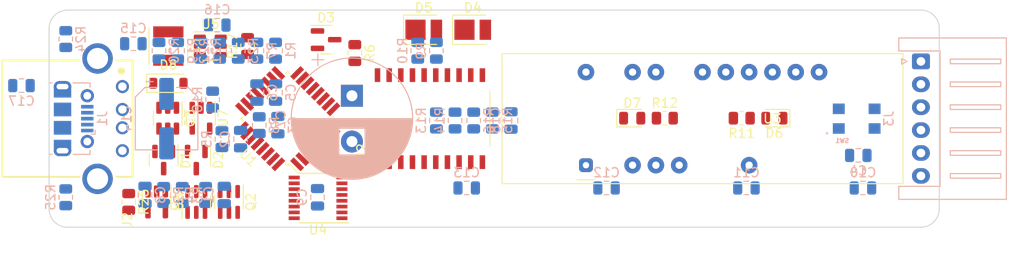
<source format=kicad_pcb>
(kicad_pcb (version 20221018) (generator pcbnew)
  (layers (0 "F.Cu" signal) (31 "B.Cu" signal) (34 "B.Paste" user) (35 "F.Paste" user) (36 "B.SilkS" user "B.Silkscreen") (37 "F.SilkS" user "F.Silkscreen") (38 "B.Mask" user) (39 "F.Mask" user) (44 "Edge.Cuts" user))
  (net 0 "")
  (net 1 "Net-(D2-COM)")
  (net 2 "/EN_CLK")
  (net 3 "Net-(D2-K)")
  (net 4 "GND")
  (net 5 "BAT_PWR")
  (net 8 "/RESET")
  (net 9 "USB_PWR")
  (net 10 "/TOUCH_PWR")
  (net 11 "/User Interface/PAD_PLUS")
  (net 12 "/User Interface/PAD_SET")
  (net 13 "/User Interface/PAD_MINUS")
  (net 14 "/User Interface/PAD_MANUAL")
  (net 15 "Net-(D8-K)")
  (net 16 "Net-(U5-IN)")
  (net 17 "Net-(C16-Pad1)")
  (net 18 "Net-(D1-A)")
  (net 19 "Net-(D1-K)")
  (net 21 "Net-(D1-COM)")
  (net 22 "/~{EN_PB}")
  (net 24 "Net-(D3-COM)")
  (net 25 "Net-(D4-A)")
  (net 26 "Net-(D5-A)")
  (net 27 "Net-(D6-A)")
  (net 28 "Net-(D7-A)")
  (net 29 "Net-(D8-A)")
  (net 33 "/USB1")
  (net 34 "/USB2")
  (net 35 "Net-(J2-GND)")
  (net 36 "/MOSI")
  (net 37 "/SCK")
  (net 38 "/MISO")
  (net 39 "Net-(Q1A-E1)")
  (net 40 "/EN_LOAD")
  (net 41 "Net-(Q1B-C2)")
  (net 42 "Net-(Q1B-E2)")
  (net 43 "Net-(Q3A-S)")
  (net 44 "Net-(U1-PA0)")
  (net 45 "/LED_OK")
  (net 46 "/LED_ERR")
  (net 47 "/BTN_LED")
  (net 48 "Net-(U2-CLK)")
  (net 49 "/TM_CLK")
  (net 50 "Net-(U2-DIO)")
  (net 51 "/TM_DIO")
  (net 52 "/EN_PUMP")
  (net 53 "Net-(U7-SET)")
  (net 54 "Net-(U5-FB)")
  (net 55 "/PUMP_VOL")
  (net 56 "/BUT_MIN")
  (net 57 "/BUT_MAN")
  (net 58 "/PUMP_CURRENT")
  (net 59 "/SDA")
  (net 60 "/SCL")
  (net 61 "/BUT_PLUS")
  (net 62 "/BUT_SET")
  (net 63 "Net-(U2-SEG1{slash}KS1)")
  (net 64 "Net-(U2-SEG2{slash}KS2)")
  (net 65 "Net-(U2-SEG3{slash}KS3)")
  (net 66 "Net-(U2-SEG4{slash}KS4)")
  (net 67 "Net-(U2-SEG5{slash}KS5)")
  (net 68 "Net-(U2-SEG6{slash}KS6)")
  (net 69 "Net-(U2-SEG7{slash}KS7)")
  (net 70 "Net-(U2-SEG8{slash}KS8)")
  (net 71 "/User Interface/DIG6")
  (net 72 "/User Interface/DIG5")
  (net 73 "/User Interface/DIG4")
  (net 74 "/User Interface/DIG3")
  (net 75 "/User Interface/DIG2")
  (net 76 "/User Interface/DIG1")
  (net 82 "/BTN_MANUAL")
  (net 83 "/BTN_MINUS")
  (net 84 "/BTN_SET")
  (net 85 "/BTN_PLUS")
  (footprint "Package_QFP:TQFP-32_7x7mm_P0.8mm" (layer "F.Cu") (at 76 161.85 135)
    (fp_text reference "U1" (at 0 -6.05 135) (layer "F.SilkS"))
    (fp_text value "ATtiny88-A")
    (pad "1" smd rect (at -4.25 -2.8 135) (size 1.6 0.55) (layers "F.Cu" "F.Paste" "F.Mask") (net 56 "/BUT_MIN"))
    (pad "2" smd rect (at -4.25 -2 135) (size 1.6 0.55) (layers "F.Cu" "F.Paste" "F.Mask") (net 57 "/BUT_MAN"))
    (pad "3" smd rect (at -4.25 -1.2 135) (size 1.6 0.55) (layers "F.Cu" "F.Paste" "F.Mask") (net 10 "/TOUCH_PWR"))
    (pad "4" smd rect (at -4.25 -0.4 135) (size 1.6 0.55) (layers "F.Cu" "F.Paste" "F.Mask") (net 5 "BAT_PWR"))
    (pad "5" smd rect (at -4.25 0.4 135) (size 1.6 0.55) (layers "F.Cu" "F.Paste" "F.Mask") (net 4 "GND"))
    (pad "6" smd rect (at -4.25 1.2 135) (size 1.6 0.55) (layers "F.Cu" "F.Paste" "F.Mask"))
    (pad "7" smd rect (at -4.25 2 135) (size 1.6 0.55) (layers "F.Cu" "F.Paste" "F.Mask"))
    (pad "8" smd rect (at -4.25 2.8 135) (size 1.6 0.55) (layers "F.Cu" "F.Paste" "F.Mask") (net 47 "/BTN_LED"))
    (pad "9" smd rect (at -2.8 4.25 225) (size 1.6 0.55) (layers "F.Cu" "F.Paste" "F.Mask") (net 51 "/TM_DIO"))
    (pad "10" smd rect (at -2 4.25 225) (size 1.6 0.55) (layers "F.Cu" "F.Paste" "F.Mask") (net 49 "/TM_CLK"))
    (pad "11" smd rect (at -1.2 4.25 225) (size 1.6 0.55) (layers "F.Cu" "F.Paste" "F.Mask") (net 46 "/LED_ERR"))
    (pad "12" smd rect (at -0.4 4.25 225) (size 1.6 0.55) (layers "F.Cu" "F.Paste" "F.Mask") (net 34 "/USB2"))
    (pad "13" smd rect (at 0.4 4.25 225) (size 1.6 0.55) (layers "F.Cu" "F.Paste" "F.Mask") (net 2 "/EN_CLK"))
    (pad "14" smd rect (at 1.2 4.25 225) (size 1.6 0.55) (layers "F.Cu" "F.Paste" "F.Mask") (net 45 "/LED_OK"))
    (pad "15" smd rect (at 2 4.25 225) (size 1.6 0.55) (layers "F.Cu" "F.Paste" "F.Mask") (net 36 "/MOSI"))
    (pad "16" smd rect (at 2.8 4.25 225) (size 1.6 0.55) (layers "F.Cu" "F.Paste" "F.Mask") (net 38 "/MISO"))
    (pad "17" smd rect (at 4.25 2.8 135) (size 1.6 0.55) (layers "F.Cu" "F.Paste" "F.Mask") (net 37 "/SCK"))
    (pad "18" smd rect (at 4.25 2 135) (size 1.6 0.55) (layers "F.Cu" "F.Paste" "F.Mask") (net 5 "BAT_PWR"))
    (pad "19" smd rect (at 4.25 1.2 135) (size 1.6 0.55) (layers "F.Cu" "F.Paste" "F.Mask") (net 44 "Net-(U1-PA0)"))
    (pad "20" smd rect (at 4.25 0.4 135) (size 1.6 0.55) (layers "F.Cu" "F.Paste" "F.Mask"))
    (pad "21" smd rect (at 4.25 -0.4 135) (size 1.6 0.55) (layers "F.Cu" "F.Paste" "F.Mask") (net 4 "GND"))
    (pad "22" smd rect (at 4.25 -1.2 135) (size 1.6 0.55) (layers "F.Cu" "F.Paste" "F.Mask") (net 52 "/EN_PUMP"))
    (pad "23" smd rect (at 4.25 -2 135) (size 1.6 0.55) (layers "F.Cu" "F.Paste" "F.Mask") (net 55 "/PUMP_VOL"))
    (pad "24" smd rect (at 4.25 -2.8 135) (size 1.6 0.55) (layers "F.Cu" "F.Paste" "F.Mask") (net 33 "/USB1"))
    (pad "25" smd rect (at 2.8 -4.25 225) (size 1.6 0.55) (layers "F.Cu" "F.Paste" "F.Mask") (net 22 "/~{EN_PB}"))
    (pad "26" smd rect (at 2 -4.25 225) (size 1.6 0.55) (layers "F.Cu" "F.Paste" "F.Mask") (net 58 "/PUMP_CURRENT"))
    (pad "27" smd rect (at 1.2 -4.25 225) (size 1.6 0.55) (layers "F.Cu" "F.Paste" "F.Mask") (net 59 "/SDA"))
    (pad "28" smd rect (at 0.4 -4.25 225) (size 1.6 0.55) (layers "F.Cu" "F.Paste" "F.Mask") (net 60 "/SCL"))
    (pad "29" smd rect (at -0.4 -4.25 225) (size 1.6 0.55) (layers "F.Cu" "F.Paste" "F.Mask") (net 8 "/RESET"))
    (pad "30" smd rect (at -1.2 -4.25 225) (size 1.6 0.55) (layers "F.Cu" "F.Paste" "F.Mask") (net 40 "/EN_LOAD"))
    (pad "31" smd rect (at -2 -4.25 225) (size 1.6 0.55) (layers "F.Cu" "F.Paste" "F.Mask") (net 61 "/BUT_PLUS"))
    (pad "32" smd rect (at -2.8 -4.25 225) (size 1.6 0.55) (layers "F.Cu" "F.Paste" "F.Mask") (net 62 "/BUT_SET"))
  )
  (footprint "Pmale_Misc:Wuerth_61400416021" (layer "F.Cu") (at 52 161.85 -90)
    (fp_text reference "J2" (at 11.073 -6.5359 90) (layer "F.SilkS"))
    (fp_text value "USB_A")
    (pad "1" thru_hole circle (at -3.5 -5.99 270) (size 1.428 1.428) (drill 0.92) (layers "*.Cu" "*.Mask") (net 15 "Net-(D8-K)"))
    (pad "2" thru_hole circle (at -1 -5.99 270) (size 1.428 1.428) (drill 0.92) (layers "*.Cu" "*.Mask") (net 33 "/USB1"))
    (pad "3" thru_hole circle (at 1 -5.99 270) (size 1.428 1.428) (drill 0.92) (layers "*.Cu" "*.Mask") (net 34 "/USB2"))
    (pad "4" thru_hole circle (at 3.5 -5.99 270) (size 1.428 1.428) (drill 0.92) (layers "*.Cu" "*.Mask") (net 35 "Net-(J2-GND)"))
    (pad "5" thru_hole circle (at -6.57 -3.28 270) (size 3.316 3.316) (drill 2.3) (layers "*.Cu" "*.Mask") (net 4 "GND"))
    (pad "5" thru_hole circle (at 6.57 -3.28 270) (size 3.316 3.316) (drill 2.3) (layers "*.Cu" "*.Mask") (net 4 "GND"))
  )
  (footprint "Package_TO_SOT_SMD:SOT-23-6" (layer "F.Cu") (at 67.564 153.924)
    (fp_text reference "U5" (at 0 -2.4) (layer "F.SilkS"))
    (fp_text value "MT3608")
    (pad "1" smd roundrect (at -1.1375 -0.95) (size 1.325 0.6) (layers "F.Cu" "F.Paste" "F.Mask") (net 29 "Net-(D8-A)"))
    (pad "2" smd roundrect (at -1.1375 0) (size 1.325 0.6) (layers "F.Cu" "F.Paste" "F.Mask") (net 4 "GND"))
    (pad "3" smd roundrect (at -1.1375 0.95) (size 1.325 0.6) (layers "F.Cu" "F.Paste" "F.Mask") (net 54 "Net-(U5-FB)"))
    (pad "4" smd roundrect (at 1.1375 0.95) (size 1.325 0.6) (layers "F.Cu" "F.Paste" "F.Mask") (net 52 "/EN_PUMP"))
    (pad "5" smd roundrect (at 1.1375 0) (size 1.325 0.6) (layers "F.Cu" "F.Paste" "F.Mask") (net 16 "Net-(U5-IN)"))
    (pad "6" smd roundrect (at 1.1375 -0.95) (size 1.325 0.6) (layers "F.Cu" "F.Paste" "F.Mask"))
  )
  (footprint "Resistor_SMD:R_0805_2012Metric" (layer "F.Cu") (at 58.674 170.942 -90)
    (fp_text reference "R26" (at 0 -1.65 90) (layer "F.SilkS"))
    (fp_text value "20m")
    (pad "1" smd roundrect (at -0.9125 0 270) (size 1.025 1.4) (layers "F.Cu" "F.Paste" "F.Mask") (roundrect_rratio 0.243902) (net 35 "Net-(J2-GND)"))
    (pad "2" smd roundrect (at 0.9125 0 270) (size 1.025 1.4) (layers "F.Cu" "F.Paste" "F.Mask") (roundrect_rratio 0.243902) (net 4 "GND"))
  )
  (footprint "Package_TO_SOT_SMD:SOT-23-5" (layer "F.Cu") (at 66.548 161.798 -90)
    (fp_text reference "U7" (at 0 -2.4 90) (layer "F.SilkS"))
    (fp_text value "MT9700")
    (pad "1" smd roundrect (at -1.1375 -0.95 270) (size 1.325 0.6) (layers "F.Cu" "F.Paste" "F.Mask") (net 16 "Net-(U5-IN)"))
    (pad "2" smd roundrect (at -1.1375 0 270) (size 1.325 0.6) (layers "F.Cu" "F.Paste" "F.Mask") (net 4 "GND"))
    (pad "3" smd roundrect (at -1.1375 0.95 270) (size 1.325 0.6) (layers "F.Cu" "F.Paste" "F.Mask") (net 53 "Net-(U7-SET)"))
    (pad "4" smd roundrect (at 1.1375 0.95 270) (size 1.325 0.6) (layers "F.Cu" "F.Paste" "F.Mask") (net 52 "/EN_PUMP"))
    (pad "5" smd roundrect (at 1.1375 -0.95 270) (size 1.325 0.6) (layers "F.Cu" "F.Paste" "F.Mask") (net 9 "USB_PWR"))
  )
  (footprint "LED_SMD:LED_0805_2012Metric" (layer "F.Cu") (at 129.032 161.798 180)
    (fp_text reference "D6" (at 0 -1.65) (layer "F.SilkS"))
    (fp_text value "wh")
    (pad "1" smd roundrect (at -0.9375 0 180) (size 0.975 1.4) (layers "F.Cu" "F.Paste" "F.Mask") (net 4 "GND"))
    (pad "2" smd roundrect (at 0.9375 0 180) (size 0.975 1.4) (layers "F.Cu" "F.Paste" "F.Mask") (net 27 "Net-(D6-A)"))
  )
  (footprint "Package_TO_SOT_SMD:SOT-23-6" (layer "F.Cu") (at 62.926 161.798 -90)
    (fp_text reference "Q3" (at 0 -2.4 90) (layer "F.SilkS"))
    (fp_text value "WST2011")
    (pad "1" smd roundrect (at -1.1375 -0.95 270) (size 1.325 0.6) (layers "F.Cu" "F.Paste" "F.Mask") (net 3 "Net-(D2-K)"))
    (pad "2" smd roundrect (at -1.1375 0 270) (size 1.325 0.6) (layers "F.Cu" "F.Paste" "F.Mask") (net 43 "Net-(Q3A-S)"))
    (pad "3" smd roundrect (at -1.1375 0.95 270) (size 1.325 0.6) (layers "F.Cu" "F.Paste" "F.Mask") (net 3 "Net-(D2-K)"))
    (pad "4" smd roundrect (at 1.1375 0.95 270) (size 1.325 0.6) (layers "F.Cu" "F.Paste" "F.Mask") (net 9 "USB_PWR"))
    (pad "5" smd roundrect (at 1.1375 0 270) (size 1.325 0.6) (layers "F.Cu" "F.Paste" "F.Mask") (net 43 "Net-(Q3A-S)"))
    (pad "6" smd roundrect (at 1.1375 -0.95 270) (size 1.325 0.6) (layers "F.Cu" "F.Paste" "F.Mask") (net 21 "Net-(D1-COM)"))
  )
  (footprint "Inductor_SMD_Wurth:L_Wurth_WE-LQSH-4020" (layer "F.Cu") (at 62.992 153.924 -90)
    (fp_text reference "L1" (at 0 -3 -90 unlocked) (layer "F.SilkS"))
    (fp_text value "2.2u")
    (pad "1" smd rect (at -1.55 0 270) (size 1.2 3.3) (layers "F.Cu" "F.Paste" "F.Mask") (net 16 "Net-(U5-IN)"))
    (pad "2" smd rect (at 1.55 0 270) (size 1.2 3.3) (layers "F.Cu" "F.Paste" "F.Mask") (net 29 "Net-(D8-A)"))
  )
  (footprint "Resistor_SMD:R_0805_2012Metric" (layer "F.Cu") (at 117.094 161.798)
    (fp_text reference "R12" (at 0 -1.65) (layer "F.SilkS"))
    (fp_text value "1k")
    (pad "1" smd roundrect (at -0.9125 0) (size 1.025 1.4) (layers "F.Cu" "F.Paste" "F.Mask") (roundrect_rratio 0.243902) (net 28 "Net-(D7-A)"))
    (pad "2" smd roundrect (at 0.9125 0) (size 1.025 1.4) (layers "F.Cu" "F.Paste" "F.Mask") (roundrect_rratio 0.243902) (net 47 "/BTN_LED"))
  )
  (footprint "LED_SMD:LED_PLCC_2835" (layer "F.Cu") (at 90.827 152.146)
    (fp_text reference "D5" (at 0 -2.4) (layer "F.SilkS"))
    (fp_text value "red")
    (pad "1" smd rect (at -0.9 0) (size 2.2 2.2) (layers "F.Cu" "F.Paste" "F.Mask") (net 4 "GND"))
    (pad "2" smd rect (at 1.375 0) (size 1.25 2.2) (layers "F.Cu" "F.Paste" "F.Mask") (net 26 "Net-(D5-A)"))
  )
  (footprint "Resistor_SMD:R_0805_2012Metric" (layer "F.Cu") (at 71.628 153.924 90)
    (fp_text reference "R17" (at 0 -1.65 90) (layer "F.SilkS"))
    (fp_text value "100k")
    (pad "1" smd roundrect (at -0.9125 0 90) (size 1.025 1.4) (layers "F.Cu" "F.Paste" "F.Mask") (roundrect_rratio 0.243902) (net 52 "/EN_PUMP"))
    (pad "2" smd roundrect (at 0.9125 0 90) (size 1.025 1.4) (layers "F.Cu" "F.Paste" "F.Mask") (roundrect_rratio 0.243902) (net 4 "GND"))
  )
  (footprint "Package_TO_SOT_SMD:SOT-23" (layer "F.Cu") (at 62.484 166.37 -90)
    (fp_text reference "D1" (at 0 -2.4 90) (layer "F.SilkS"))
    (fp_text value "BAT54S")
    (pad "1" smd roundrect (at -0.9375 -0.95 270) (size 1.475 0.6) (layers "F.Cu" "F.Paste" "F.Mask") (net 18 "Net-(D1-A)"))
    (pad "2" smd roundrect (at -0.9375 0.95 270) (size 1.475 0.6) (layers "F.Cu" "F.Paste" "F.Mask") (net 19 "Net-(D1-K)"))
    (pad "3" smd roundrect (at 0.9375 0 270) (size 1.475 0.6) (layers "F.Cu" "F.Paste" "F.Mask") (net 21 "Net-(D1-COM)"))
  )
  (footprint "Package_TO_SOT_SMD:SOT-23-5" (layer "F.Cu") (at 61.722 170.942 -90)
    (fp_text reference "U6" (at 0 -2.4 90) (layer "F.SilkS"))
    (fp_text value "INA180A2")
    (pad "1" smd roundrect (at -1.1375 -0.95 270) (size 1.325 0.6) (layers "F.Cu" "F.Paste" "F.Mask") (net 58 "/PUMP_CURRENT"))
    (pad "2" smd roundrect (at -1.1375 0 270) (size 1.325 0.6) (layers "F.Cu" "F.Paste" "F.Mask") (net 4 "GND"))
    (pad "3" smd roundrect (at -1.1375 0.95 270) (size 1.325 0.6) (layers "F.Cu" "F.Paste" "F.Mask") (net 35 "Net-(J2-GND)"))
    (pad "4" smd roundrect (at 1.1375 0.95 270) (size 1.325 0.6) (layers "F.Cu" "F.Paste" "F.Mask") (net 4 "GND"))
    (pad "5" smd roundrect (at 1.1375 -0.95 270) (size 1.325 0.6) (layers "F.Cu" "F.Paste" "F.Mask") (net 9 "USB_PWR"))
  )
  (footprint "Diode_SMD:D_SOD-123" (layer "F.Cu") (at 62.992 157.988)
    (fp_text reference "D8" (at 0 -2) (layer "F.SilkS"))
    (fp_text value "DSS24")
    (pad "1" smd roundrect (at -1.65 0) (size 0.9 1.2) (layers "F.Cu" "F.Paste" "F.Mask") (net 15 "Net-(D8-K)"))
    (pad "2" smd roundrect (at 1.65 0) (size 0.9 1.2) (layers "F.Cu" "F.Paste" "F.Mask") (net 29 "Net-(D8-A)"))
  )
  (footprint "Package_TO_SOT_SMD:SOT-23" (layer "F.Cu") (at 66.04 166.37 -90)
    (fp_text reference "D2" (at 0 -2.4 90) (layer "F.SilkS"))
    (fp_text value "BAT54S")
    (pad "1" smd roundrect (at -0.9375 -0.95 270) (size 1.475 0.6) (layers "F.Cu" "F.Paste" "F.Mask") (net 22 "/~{EN_PB}"))
    (pad "2" smd roundrect (at -0.9375 0.95 270) (size 1.475 0.6) (layers "F.Cu" "F.Paste" "F.Mask") (net 3 "Net-(D2-K)"))
    (pad "3" smd roundrect (at 0.9375 0 270) (size 1.475 0.6) (layers "F.Cu" "F.Paste" "F.Mask") (net 1 "Net-(D2-COM)"))
  )
  (footprint "Resistor_SMD:R_0805_2012Metric" (layer "F.Cu") (at 83.312 154.686 -90)
    (fp_text reference "R6" (at 0 -1.65 90) (layer "F.SilkS"))
    (fp_text value "47")
    (pad "1" smd roundrect (at -0.9125 0 270) (size 1.025 1.4) (layers "F.Cu" "F.Paste" "F.Mask") (roundrect_rratio 0.243902) (net 24 "Net-(D3-COM)"))
    (pad "2" smd roundrect (at 0.9125 0 270) (size 1.025 1.4) (layers "F.Cu" "F.Paste" "F.Mask") (roundrect_rratio 0.243902) (net 5 "BAT_PWR"))
  )
  (footprint "Package_TO_SOT_SMD:SOT-23" (layer "F.Cu") (at 80.1855 153.228)
    (fp_text reference "D3" (at 0 -2.4) (layer "F.SilkS"))
    (fp_text value "BAT54S")
    (pad "1" smd roundrect (at -0.9375 -0.95) (size 1.475 0.6) (layers "F.Cu" "F.Paste" "F.Mask") (net 9 "USB_PWR"))
    (pad "2" smd roundrect (at -0.9375 0.95) (size 1.475 0.6) (layers "F.Cu" "F.Paste" "F.Mask"))
    (pad "3" smd roundrect (at 0.9375 0) (size 1.475 0.6) (layers "F.Cu" "F.Paste" "F.Mask") (net 24 "Net-(D3-COM)"))
  )
  (footprint "Package_SO:SO-20_12.8x7.5mm_P1.27mm" (layer "F.Cu") (at 91.5 161.85 90)
    (fp_text reference "U2" (at -3.69 -7.42 90) (layer "F.SilkS"))
    (fp_text value "TM1637")
    (pad "1" smd rect (at -4.75 -5.715 90) (size 1.5 0.6) (layers "F.Cu" "F.Paste" "F.Mask") (net 4 "GND"))
    (pad "2" smd rect (at -4.75 -4.445 90) (size 1.5 0.6) (layers "F.Cu" "F.Paste" "F.Mask") (net 63 "Net-(U2-SEG1{slash}KS1)"))
    (pad "3" smd rect (at -4.75 -3.175 90) (size 1.5 0.6) (layers "F.Cu" "F.Paste" "F.Mask") (net 64 "Net-(U2-SEG2{slash}KS2)"))
    (pad "4" smd rect (at -4.75 -1.905 90) (size 1.5 0.6) (layers "F.Cu" "F.Paste" "F.Mask") (net 65 "Net-(U2-SEG3{slash}KS3)"))
    (pad "5" smd rect (at -4.75 -0.635 90) (size 1.5 0.6) (layers "F.Cu" "F.Paste" "F.Mask") (net 66 "Net-(U2-SEG4{slash}KS4)"))
    (pad "6" smd rect (at -4.75 0.635 90) (size 1.5 0.6) (layers "F.Cu" "F.Paste" "F.Mask") (net 67 "Net-(U2-SEG5{slash}KS5)"))
    (pad "7" smd rect (at -4.75 1.905 90) (size 1.5 0.6) (layers "F.Cu" "F.Paste" "F.Mask") (net 68 "Net-(U2-SEG6{slash}KS6)"))
    (pad "8" smd rect (at -4.75 3.175 90) (size 1.5 0.6) (layers "F.Cu" "F.Paste" "F.Mask") (net 69 "Net-(U2-SEG7{slash}KS7)"))
    (pad "9" smd rect (at -4.75 4.445 90) (size 1.5 0.6) (layers "F.Cu" "F.Paste" "F.Mask") (net 70 "Net-(U2-SEG8{slash}KS8)"))
    (pad "10" smd rect (at -4.75 5.715 90) (size 1.5 0.6) (layers "F.Cu" "F.Paste" "F.Mask") (net 71 "/User Interface/DIG6"))
    (pad "11" smd rect (at 4.75 5.715 90) (size 1.5 0.6) (layers "F.Cu" "F.Paste" "F.Mask") (net 72 "/User Interface/DIG5"))
    (pad "12" smd rect (at 4.75 4.445 90) (size 1.5 0.6) (layers "F.Cu" "F.Paste" "F.Mask") (net 73 "/User Interface/DIG4"))
    (pad "13" smd rect (at 4.75 3.175 90) (size 1.5 0.6) (layers "F.Cu" "F.Paste" "F.Mask") (net 74 "/User Interface/DIG3"))
    (pad "14" smd rect (at 4.75 1.905 90) (size 1.5 0.6) (layers "F.Cu" "F.Paste" "F.Mask") (net 75 "/User Interface/DIG2"))
    (pad "15" smd rect (at 4.75 0.635 90) (size 1.5 0.6) (layers "F.Cu" "F.Paste" "F.Mask") (net 76 "/User Interface/DIG1"))
    (pad "16" smd rect (at 4.75 -0.635 90) (size 1.5 0.6) (layers "F.Cu" "F.Paste" "F.Mask") (net 9 "USB_PWR"))
    (pad "17" smd rect (at 4.75 -1.905 90) (size 1.5 0.6) (layers "F.Cu" "F.Paste" "F.Mask") (net 50 "Net-(U2-DIO)"))
    (pad "18" smd rect (at 4.75 -3.175 90) (size 1.5 0.6) (layers "F.Cu" "F.Paste" "F.Mask") (net 48 "Net-(U2-CLK)"))
    (pad "19" smd rect (at 4.75 -4.445 90) (size 1.5 0.6) (layers "F.Cu" "F.Paste" "F.Mask"))
    (pad "20" smd rect (at 4.75 -5.715 90) (size 1.5 0.6) (layers "F.Cu" "F.Paste" "F.Mask"))
  )
  (footprint "Pmale_Misc:FJ3661BH" (layer "F.Cu") (at 121.2 161.85)
    (fp_text reference "U3" (at 7.62 0 180) (layer "F.SilkS"))
    (fp_text value "FJ3661BH")
    (pad "1" thru_hole roundrect (at -12.7 5.08 90) (size 1.5 1.5) (drill 0.7) (layers "*.Cu" "*.Mask") (net 67 "Net-(U2-SEG5{slash}KS5)"))
    (pad "3" thru_hole circle (at -7.62 5.08 90) (size 1.8 1.8) (drill 0.8) (layers "*.Cu" "*.Mask") (net 75 "/User Interface/DIG2"))
    (pad "4" thru_hole circle (at -5.08 5.08 90) (size 1.8 1.8) (drill 0.8) (layers "*.Cu" "*.Mask") (net 74 "/User Interface/DIG3"))
    (pad "5" thru_hole circle (at -2.54 5.08 90) (size 1.8 1.8) (drill 0.8) (layers "*.Cu" "*.Mask") (net 66 "Net-(U2-SEG4{slash}KS4)"))
    (pad "8" thru_hole circle (at 5.08 5.08 90) (size 1.8 1.8) (drill 0.8) (layers "*.Cu" "*.Mask") (net 70 "Net-(U2-SEG8{slash}KS8)"))
    (pad "12" thru_hole circle (at 12.7 -5.08 90) (size 1.8 1.8) (drill 0.8) (layers "*.Cu" "*.Mask") (net 71 "/User Interface/DIG6"))
    (pad "13" thru_hole circle (at 10.16 -5.08 90) (size 1.8 1.8) (drill 0.8) (layers "*.Cu" "*.Mask") (net 72 "/User Interface/DIG5"))
    (pad "14" thru_hole circle (at 7.62 -5.08 90) (size 1.8 1.8) (drill 0.8) (layers "*.Cu" "*.Mask") (net 68 "Net-(U2-SEG6{slash}KS6)"))
    (pad "15" thru_hole circle (at 5.08 -5.08 90) (size 1.8 1.8) (drill 0.8) (layers "*.Cu" "*.Mask") (net 63 "Net-(U2-SEG1{slash}KS1)"))
    (pad "16" thru_hole circle (at 2.54 -5.08 90) (size 1.8 1.8) (drill 0.8) (layers "*.Cu" "*.Mask") (net 73 "/User Interface/DIG4"))
    (pad "17" thru_hole circle (at 0 -5.08 90) (size 1.8 1.8) (drill 0.8) (layers "*.Cu" "*.Mask") (net 69 "Net-(U2-SEG7{slash}KS7)"))
    (pad "19" thru_hole circle (at -5.08 -5.08 90) (size 1.8 1.8) (drill 0.8) (layers "*.Cu" "*.Mask") (net 65 "Net-(U2-SEG3{slash}KS3)"))
    (pad "20" thru_hole circle (at -7.62 -5.08 90) (size 1.8 1.8) (drill 0.8) (layers "*.Cu" "*.Mask") (net 64 "Net-(U2-SEG2{slash}KS2)"))
    (pad "22" thru_hole circle (at -12.7 -5.08 90) (size 1.8 1.8) (drill 0.8) (layers "*.Cu" "*.Mask") (net 76 "/User Interface/DIG1"))
  )
  (footprint "Package_SO:SSOP-16_3.9x4.9mm_P0.635mm" (layer "F.Cu") (at 79.308 170.4975 180)
    (fp_text reference "U4" (at 0 -3.5) (layer "F.SilkS"))
    (fp_text value "TTP224")
    (pad "1" smd rect (at -2.6 -2.2225 180) (size 1.2 0.4) (layers "F.Cu" "F.Paste" "F.Mask") (net 11 "/User Interface/PAD_PLUS"))
    (pad "2" smd rect (at -2.6 -1.5875 180) (size 1.2 0.4) (layers "F.Cu" "F.Paste" "F.Mask") (net 12 "/User Interface/PAD_SET"))
    (pad "3" smd rect (at -2.6 -0.9525 180) (size 1.2 0.4) (layers "F.Cu" "F.Paste" "F.Mask") (net 13 "/User Interface/PAD_MINUS"))
    (pad "4" smd rect (at -2.6 -0.3175 180) (size 1.2 0.4) (layers "F.Cu" "F.Paste" "F.Mask") (net 14 "/User Interface/PAD_MANUAL"))
    (pad "5" smd rect (at -2.6 0.3175 180) (size 1.2 0.4) (layers "F.Cu" "F.Paste" "F.Mask") (net 4 "GND"))
    (pad "6" smd rect (at -2.6 0.9525 180) (size 1.2 0.4) (layers "F.Cu" "F.Paste" "F.Mask") (net 10 "/TOUCH_PWR"))
    (pad "7" smd rect (at -2.6 1.5875 180) (size 1.2 0.4) (layers "F.Cu" "F.Paste" "F.Mask"))
    (pad "8" smd rect (at -2.6 2.2225 180) (size 1.2 0.4) (layers "F.Cu" "F.Paste" "F.Mask") (net 4 "GND"))
    (pad "9" smd rect (at 2.6 2.2225 180) (size 1.2 0.4) (layers "F.Cu" "F.Paste" "F.Mask"))
    (pad "10" smd rect (at 2.6 1.5875 180) (size 1.2 0.4) (layers "F.Cu" "F.Paste" "F.Mask") (net 4 "GND"))
    (pad "11" smd rect (at 2.6 0.9525 180) (size 1.2 0.4) (layers "F.Cu" "F.Paste" "F.Mask") (net 10 "/TOUCH_PWR"))
    (pad "12" smd rect (at 2.6 0.3175 180) (size 1.2 0.4) (layers "F.Cu" "F.Paste" "F.Mask"))
    (pad "13" smd rect (at 2.6 -0.3175 180) (size 1.2 0.4) (layers "F.Cu" "F.Paste" "F.Mask") (net 82 "/BTN_MANUAL"))
    (pad "14" smd rect (at 2.6 -0.9525 180) (size 1.2 0.4) (layers "F.Cu" "F.Paste" "F.Mask") (net 83 "/BTN_MINUS"))
    (pad "15" smd rect (at 2.6 -1.5875 180) (size 1.2 0.4) (layers "F.Cu" "F.Paste" "F.Mask") (net 84 "/BTN_SET"))
    (pad "16" smd rect (at 2.6 -2.2225 180) (size 1.2 0.4) (layers "F.Cu" "F.Paste" "F.Mask") (net 85 "/BTN_PLUS"))
  )
  (footprint "LED_SMD:LED_PLCC_2835" (layer "F.Cu") (at 96.161 152.146)
    (fp_text reference "D4" (at 0 -2.4) (layer "F.SilkS"))
    (fp_text value "gr")
    (pad "1" smd rect (at -0.9 0) (size 2.2 2.2) (layers "F.Cu" "F.Paste" "F.Mask") (net 4 "GND"))
    (pad "2" smd rect (at 1.375 0) (size 1.25 2.2) (layers "F.Cu" "F.Paste" "F.Mask") (net 25 "Net-(D4-A)"))
  )
  (footprint "Package_SO:SC-74-6_1.5x2.9mm_P0.95mm" (layer "F.Cu") (at 69.596 170.942 -90)
    (fp_text reference "Q2" (at 0 -2.4 90) (layer "F.SilkS"))
    (fp_text value "BC817DPN")
    (pad "1" smd roundrect (at -1.1375 -0.95 270) (size 1.425 0.5) (layers "F.Cu" "F.Paste" "F.Mask") (net 18 "Net-(D1-A)"))
    (pad "2" smd roundrect (at -1.1375 0 270) (size 1.425 0.5) (layers "F.Cu" "F.Paste" "F.Mask") (net 41 "Net-(Q1B-C2)"))
    (pad "3" smd roundrect (at -1.1375 0.95 270) (size 1.425 0.5) (layers "F.Cu" "F.Paste" "F.Mask"))
    (pad "4" smd roundrect (at 1.1375 0.95 270) (size 1.425 0.5) (layers "F.Cu" "F.Paste" "F.Mask"))
    (pad "5" smd roundrect (at 1.1375 0 270) (size 1.425 0.5) (layers "F.Cu" "F.Paste" "F.Mask"))
    (pad "6" smd roundrect (at 1.1375 -0.95 270) (size 1.425 0.5) (layers "F.Cu" "F.Paste" "F.Mask") (net 39 "Net-(Q1A-E1)"))
  )
  (footprint "Resistor_SMD:R_0805_2012Metric" (layer "F.Cu") (at 125.476 161.798 180)
    (fp_text reference "R11" (at 0 -1.65) (layer "F.SilkS"))
    (fp_text value "1k")
    (pad "1" smd roundrect (at -0.9125 0 180) (size 1.025 1.4) (layers "F.Cu" "F.Paste" "F.Mask") (roundrect_rratio 0.243902) (net 27 "Net-(D6-A)"))
    (pad "2" smd roundrect (at 0.9125 0 180) (size 1.025 1.4) (layers "F.Cu" "F.Paste" "F.Mask") (roundrect_rratio 0.243902) (net 47 "/BTN_LED"))
  )
  (footprint "LED_SMD:LED_0805_2012Metric" (layer "F.Cu") (at 113.538 161.798)
    (fp_text reference "D7" (at 0 -1.65) (layer "F.SilkS"))
    (fp_text value "wh")
    (pad "1" smd roundrect (at -0.9375 0) (size 0.975 1.4) (layers "F.Cu" "F.Paste" "F.Mask") (net 4 "GND"))
    (pad "2" smd roundrect (at 0.9375 0) (size 0.975 1.4) (layers "F.Cu" "F.Paste" "F.Mask") (net 28 "Net-(D7-A)"))
  )
  (footprint "Package_SO:SC-74-6_1.5x2.9mm_P0.95mm" (layer "F.Cu") (at 66.04 170.942 90)
    (fp_text reference "Q1" (at 0 -2.4 90) (layer "F.SilkS"))
    (fp_text value "BC817DPN")
    (pad "1" smd roundrect (at -1.1375 -0.95 90) (size 1.425 0.5) (layers "F.Cu" "F.Paste" "F.Mask") (net 39 "Net-(Q1A-E1)"))
    (pad "2" smd roundrect (at -1.1375 0 90) (size 1.425 0.5) (layers "F.Cu" "F.Paste" "F.Mask") (net 40 "/EN_LOAD"))
    (pad "3" smd roundrect (at -1.1375 0.95 90) (size 1.425 0.5) (layers "F.Cu" "F.Paste" "F.Mask") (net 41 "Net-(Q1B-C2)"))
    (pad "4" smd roundrect (at 1.1375 0.95 90) (size 1.425 0.5) (layers "F.Cu" "F.Paste" "F.Mask") (net 42 "Net-(Q1B-E2)"))
    (pad "5" smd roundrect (at 1.1375 0 90) (size 1.425 0.5) (layers "F.Cu" "F.Paste" "F.Mask") (net 19 "Net-(D1-K)"))
    (pad "6" smd roundrect (at 1.1375 -0.95 90) (size 1.425 0.5) (layers "F.Cu" "F.Paste" "F.Mask") (net 19 "Net-(D1-K)"))
  )
  (footprint "Resistor_SMD:R_0805_2012Metric" (layer "B.Cu") (at 72.644 154.432 90)
    (fp_text reference "R7" (at 0 1.65 90) (layer "B.SilkS") (effects (justify mirror)))
    (fp_text value "100k")
    (pad "1" smd roundrect (at -0.9125 0 90) (size 1.025 1.4) (layers "B.Cu" "B.Paste" "B.Mask") (roundrect_rratio 0.243902) (net 4 "GND"))
    (pad "2" smd roundrect (at 0.9125 0 90) (size 1.025 1.4) (layers "B.Cu" "B.Paste" "B.Mask") (roundrect_rratio 0.243902) (net 44 "Net-(U1-PA0)"))
  )
  (footprint "Capacitor_SMD:C_0805_2012Metric" (layer "B.Cu") (at 74.676 159.004 90)
    (fp_text reference "C5" (at 0 1.68 90) (layer "B.SilkS") (effects (justify mirror)))
    (fp_text value "100n")
    (pad "1" smd roundrect (at -0.95 0 90) (size 1 1.45) (layers "B.Cu" "B.Paste" "B.Mask") (net 5 "BAT_PWR"))
    (pad "2" smd roundrect (at 0.95 0 90) (size 1 1.45) (layers "B.Cu" "B.Paste" "B.Mask") (net 4 "GND"))
  )
  (footprint "Capacitor_SMD:C_0805_2012Metric" (layer "B.Cu") (at 95.504 169.418 180)
    (fp_text reference "C13" (at 0 1.68) (layer "B.SilkS") (effects (justify mirror)))
    (fp_text value "5p")
    (pad "1" smd roundrect (at -0.95 0 180) (size 1 1.45) (layers "B.Cu" "B.Paste" "B.Mask") (net 14 "/User Interface/PAD_MANUAL"))
    (pad "2" smd roundrect (at 0.95 0 180) (size 1 1.45) (layers "B.Cu" "B.Paste" "B.Mask") (net 4 "GND"))
  )
  (footprint "Resistor_SMD:R_0805_2012Metric" (layer "B.Cu") (at 90.17 154.432 -90)
    (fp_text reference "R10" (at 0 1.65 90) (layer "B.SilkS") (effects (justify mirror)))
    (fp_text value "3k")
    (pad "1" smd roundrect (at -0.9125 0 270) (size 1.025 1.4) (layers "B.Cu" "B.Paste" "B.Mask") (roundrect_rratio 0.243902) (net 26 "Net-(D5-A)"))
    (pad "2" smd roundrect (at 0.9125 0 270) (size 1.025 1.4) (layers "B.Cu" "B.Paste" "B.Mask") (roundrect_rratio 0.243902) (net 46 "/LED_ERR"))
  )
  (footprint "Resistor_SMD:R_0805_2012Metric" (layer "B.Cu") (at 92.202 154.432 -90)
    (fp_text reference "R9" (at 0 1.65 90) (layer "B.SilkS") (effects (justify mirror)))
    (fp_text value "3k")
    (pad "1" smd roundrect (at -0.9125 0 270) (size 1.025 1.4) (layers "B.Cu" "B.Paste" "B.Mask") (roundrect_rratio 0.243902) (net 25 "Net-(D4-A)"))
    (pad "2" smd roundrect (at 0.9125 0 270) (size 1.025 1.4) (layers "B.Cu" "B.Paste" "B.Mask") (roundrect_rratio 0.243902) (net 45 "/LED_OK"))
  )
  (footprint "Connector_JST:JST_XH_S6B-XH-A_1x06_P2.50mm_Horizontal" (layer "B.Cu") (at 145 155.6 -90)
    (fp_text reference "J3" (at 6.25 3.5 90) (layer "B.SilkS") (effects (justify mirror)))
    (fp_text value "Conn_01x06_Pin")
    (pad "1" thru_hole roundrect (at 0 0 270) (size 1.7 1.95) (drill 0.95) (layers "*.Cu" "*.Mask") (roundrect_rratio 0.147059) (net 38 "/MISO"))
    (pad "2" thru_hole oval (at 2.5 0 270) (size 1.7 1.95) (drill 0.95) (layers "*.Cu" "*.Mask") (net 5 "BAT_PWR"))
    (pad "3" thru_hole oval (at 5 0 270) (size 1.7 1.95) (drill 0.95) (layers "*.Cu" "*.Mask") (net 37 "/SCK"))
    (pad "4" thru_hole oval (at 7.5 0 270) (size 1.7 1.95) (drill 0.95) (layers "*.Cu" "*.Mask") (net 36 "/MOSI"))
    (pad "5" thru_hole oval (at 10 0 270) (size 1.7 1.95) (drill 0.95) (layers "*.Cu" "*.Mask") (net 8 "/RESET"))
    (pad "6" thru_hole oval (at 12.5 0 270) (size 1.7 1.95) (drill 0.95) (layers "*.Cu" "*.Mask") (net 4 "GND"))
  )
  (footprint "Resistor_SMD:R_0805_2012Metric" (layer "B.Cu") (at 68.834 164.084 -90)
    (fp_text reference "R5" (at 0 1.65 90) (layer "B.SilkS") (effects (justify mirror)))
    (fp_text value "1M")
    (pad "1" smd roundrect (at -0.9125 0 270) (size 1.025 1.4) (layers "B.Cu" "B.Paste" "B.Mask") (roundrect_rratio 0.243902) (net 3 "Net-(D2-K)"))
    (pad "2" smd roundrect (at 0.9125 0 270) (size 1.025 1.4) (layers "B.Cu" "B.Paste" "B.Mask") (roundrect_rratio 0.243902) (net 4 "GND"))
  )
  (footprint "Capacitor_SMD:C_0805_2012Metric" (layer "B.Cu") (at 125.984 169.418 180)
    (fp_text reference "C11" (at 0 1.68) (layer "B.SilkS") (effects (justify mirror)))
    (fp_text value "5p")
    (pad "1" smd roundrect (at -0.95 0 180) (size 1 1.45) (layers "B.Cu" "B.Paste" "B.Mask") (net 12 "/User Interface/PAD_SET"))
    (pad "2" smd roundrect (at 0.95 0 180) (size 1 1.45) (layers "B.Cu" "B.Paste" "B.Mask") (net 4 "GND"))
  )
  (footprint "Capacitor_SMD:C_0805_2012Metric" (layer "B.Cu") (at 110.744 169.418 180)
    (fp_text reference "C12" (at 0 1.68) (layer "B.SilkS") (effects (justify mirror)))
    (fp_text value "5p")
    (pad "1" smd roundrect (at -0.95 0 180) (size 1 1.45) (layers "B.Cu" "B.Paste" "B.Mask") (net 13 "/User Interface/PAD_MINUS"))
    (pad "2" smd roundrect (at 0.95 0 180) (size 1 1.45) (layers "B.Cu" "B.Paste" "B.Mask") (net 4 "GND"))
  )
  (footprint "Capacitor_SMD:C_0805_2012Metric" (layer "B.Cu") (at 46.99 158.242)
    (fp_text reference "C17" (at 0 1.68) (layer "B.SilkS") (effects (justify mirror)))
    (fp_text value "10u")
    (pad "1" smd roundrect (at -0.95 0) (size 1 1.45) (layers "B.Cu" "B.Paste" "B.Mask") (net 15 "Net-(D8-K)"))
    (pad "2" smd roundrect (at 0.95 0) (size 1 1.45) (layers "B.Cu" "B.Paste" "B.Mask") (net 4 "GND"))
  )
  (footprint "Resistor_SMD:R_0805_2012Metric" (layer "B.Cu") (at 51.816 153.162 90)
    (fp_text reference "R24" (at 0 1.65 90) (layer "B.SilkS") (effects (justify mirror)))
    (fp_text value "100k")
    (pad "1" smd roundrect (at -0.9125 0 90) (size 1.025 1.4) (layers "B.Cu" "B.Paste" "B.Mask") (roundrect_rratio 0.243902) (net 33 "/USB1"))
    (pad "2" smd roundrect (at 0.9125 0 90) (size 1.025 1.4) (layers "B.Cu" "B.Paste" "B.Mask") (roundrect_rratio 0.243902) (net 4 "GND"))
  )
  (footprint "Resistor_SMD:R_0805_2012Metric" (layer "B.Cu") (at 64.008 154.432 90)
    (fp_text reference "R19" (at 0 1.65 90) (layer "B.SilkS") (effects (justify mirror)))
    (fp_text value "10k")
    (pad "1" smd roundrect (at -0.9125 0 90) (size 1.025 1.4) (layers "B.Cu" "B.Paste" "B.Mask") (roundrect_rratio 0.243902) (net 15 "Net-(D8-K)"))
    (pad "2" smd roundrect (at 0.9125 0 90) (size 1.025 1.4) (layers "B.Cu" "B.Paste" "B.Mask") (roundrect_rratio 0.243902) (net 54 "Net-(U5-FB)"))
  )
  (footprint "Resistor_SMD:R_0805_2012Metric" (layer "B.Cu") (at 94.234 162.052 -90)
    (fp_text reference "R14" (at 0 1.65 90) (layer "B.SilkS") (effects (justify mirror)))
    (fp_text value "1k")
    (pad "1" smd roundrect (at -0.9125 0 270) (size 1.025 1.4) (layers "B.Cu" "B.Paste" "B.Mask") (roundrect_rratio 0.243902) (net 50 "Net-(U2-DIO)"))
    (pad "2" smd roundrect (at 0.9125 0 270) (size 1.025 1.4) (layers "B.Cu" "B.Paste" "B.Mask") (roundrect_rratio 0.243902) (net 51 "/TM_DIO"))
  )
  (footprint "Capacitor_SMD:C_0805_2012Metric" (layer "B.Cu") (at 100.33 162.052 -90)
    (fp_text reference "C18" (at 0 1.68 90) (layer "B.SilkS") (effects (justify mirror)))
    (fp_text value "100n")
    (pad "1" smd roundrect (at -0.95 0 270) (size 1 1.45) (layers "B.Cu" "B.Paste" "B.Mask") (net 9 "USB_PWR"))
    (pad "2" smd roundrect (at 0.95 0 270) (size 1 1.45) (layers "B.Cu" "B.Paste" "B.Mask") (net 4 "GND"))
  )
  (footprint "Capacitor_SMD:C_0805_2012Metric" (layer "B.Cu") (at 138.684 169.418 180)
    (fp_text reference "C10" (at 0 1.68) (layer "B.SilkS") (effects (justify mirror)))
    (fp_text value "5p")
    (pad "1" smd roundrect (at -0.95 0 180) (size 1 1.45) (layers "B.Cu" "B.Paste" "B.Mask") (net 11 "/User Interface/PAD_PLUS"))
    (pad "2" smd roundrect (at 0.95 0 180) (size 1 1.45) (layers "B.Cu" "B.Paste" "B.Mask") (net 4 "GND"))
  )
  (footprint "Resistor_SMD:R_0805_2012Metric" (layer "B.Cu") (at 98.298 162.052 90)
    (fp_text reference "R15" (at 0 1.65 90) (layer "B.SilkS") (effects (justify mirror)))
    (fp_text value "100k")
    (pad "1" smd roundrect (at -0.9125 0 90) (size 1.025 1.4) (layers "B.Cu" "B.Paste" "B.Mask") (roundrect_rratio 0.243902) (net 49 "/TM_CLK"))
    (pad "2" smd roundrect (at 0.9125 0 90) (size 1.025 1.4) (layers "B.Cu" "B.Paste" "B.Mask") (roundrect_rratio 0.243902) (net 9 "USB_PWR"))
  )
  (footprint "Capacitor_SMD:C_0805_2012Metric" (layer "B.Cu") (at 79.248 170.434 -90)
    (fp_text reference "C9" (at 0 1.68 90) (layer "B.SilkS") (effects (justify mirror)))
    (fp_text value "100n")
    (pad "1" smd roundrect (at -0.95 0 270) (size 1 1.45) (layers "B.Cu" "B.Paste" "B.Mask") (net 10 "/TOUCH_PWR"))
    (pad "2" smd roundrect (at 0.95 0 270) (size 1 1.45) (layers "B.Cu" "B.Paste" "B.Mask") (net 4 "GND"))
  )
  (footprint "Connector_USB:USB_Micro-B_Molex-105017-0001" (layer "B.Cu") (at 52.7 161.85 90)
    (fp_text reference "J1" (at 0 3.1125 90) (layer "B.SilkS") (effects (justify mirror)))
    (fp_text value "USB_B_Micro")
    (pad "1" smd rect (at -1.3 1.4625 90) (size 0.4 1.35) (layers "B.Cu" "B.Paste" "B.Mask") (net 21 "Net-(D1-COM)"))
    (pad "2" smd rect (at -0.65 1.4625 90) (size 0.4 1.35) (layers "B.Cu" "B.Paste" "B.Mask"))
    (pad "3" smd rect (at 0 1.4625 90) (size 0.4 1.35) (layers "B.Cu" "B.Paste" "B.Mask"))
    (pad "4" smd rect (at 0.65 1.4625 90) (size 0.4 1.35) (layers "B.Cu" "B.Paste" "B.Mask"))
    (pad "5" smd rect (at 1.3 1.4625 90) (size 0.4 1.35) (layers "B.Cu" "B.Paste" "B.Mask") (net 4 "GND"))
    (pad "6" thru_hole oval (at -3.5 -1.2375 270) (size 1.2 1.9) (drill oval 0.6 1.3) (layers "*.Cu" "*.Mask") (net 4 "GND"))
    (pad "6" smd rect (at -2.9 -1.2375 90) (size 1.2 1.9) (layers "B.Cu" "B.Mask") (net 4 "GND"))
    (pad "6" thru_hole circle (at -2.5 1.4625 90) (size 1.45 1.45) (drill 0.85) (layers "*.Cu" "*.Mask") (net 4 "GND"))
    (pad "6" smd rect (at -1 -1.2375 90) (size 1.5 1.9) (layers "B.Cu" "B.Paste" "B.Mask") (net 4 "GND"))
    (pad "6" smd rect (at 1 -1.2375 90) (size 1.5 1.9) (layers "B.Cu" "B.Paste" "B.Mask") (net 4 "GND"))
    (pad "6" thru_hole circle (at 2.5 1.4625 90) (size 1.45 1.45) (drill 0.85) (layers "*.Cu" "*.Mask") (net 4 "GND"))
    (pad "6" smd rect (at 2.9 -1.2375 90) (size 1.2 1.9) (layers "B.Cu" "B.Mask") (net 4 "GND"))
    (pad "6" thru_hole oval (at 3.5 -1.2375 90) (size 1.2 1.9) (drill oval 0.6 1.3) (layers "*.Cu" "*.Mask") (net 4 "GND"))
  )
  (footprint "Resistor_SMD:R_0805_2012Metric" (layer "B.Cu") (at 66.548 154.432 90)
    (fp_text reference "R21" (at 0 1.65 90) (layer "B.SilkS") (effects (justify mirror)))
    (fp_text value "1k")
    (pad "1" smd roundrect (at -0.9125 0 90) (size 1.025 1.4) (layers "B.Cu" "B.Paste" "B.Mask") (roundrect_rratio 0.243902) (net 54 "Net-(U5-FB)"))
    (pad "2" smd roundrect (at 0.9125 0 90) (size 1.025 1.4) (layers "B.Cu" "B.Paste" "B.Mask") (roundrect_rratio 0.243902) (net 4 "GND"))
  )
  (footprint "Resistor_SMD:R_0805_2012Metric" (layer "B.Cu") (at 70.612 154.432 90)
    (fp_text reference "R23" (at 0 1.65 90) (layer "B.SilkS") (effects (justify mirror)))
    (fp_text value "10k")
    (pad "1" smd roundrect (at -0.9125 0 90) (size 1.025 1.4) (layers "B.Cu" "B.Paste" "B.Mask") (roundrect_rratio 0.243902) (net 55 "/PUMP_VOL"))
    (pad "2" smd roundrect (at 0.9125 0 90) (size 1.025 1.4) (layers "B.Cu" "B.Paste" "B.Mask") (roundrect_rratio 0.243902) (net 17 "Net-(C16-Pad1)"))
  )
  (footprint "Capacitor_SMD:C_0805_2012Metric" (layer "B.Cu") (at 70.866 164.084 -90)
    (fp_text reference "C2" (at 0 1.68 90) (layer "B.SilkS") (effects (justify mirror)))
    (fp_text value "100n")
    (pad "1" smd roundrect (at -0.95 0 270) (size 1 1.45) (layers "B.Cu" "B.Paste" "B.Mask") (net 3 "Net-(D2-K)"))
    (pad "2" smd roundrect (at 0.95 0 270) (size 1 1.45) (layers "B.Cu" "B.Paste" "B.Mask") (net 4 "GND"))
  )
  (footprint "Resistor_SMD:R_0805_2012Metric" (layer "B.Cu") (at 51.816 170.434 -90)
    (fp_text reference "R25" (at 0 1.65 90) (layer "B.SilkS") (effects (justify mirror)))
    (fp_text value "100k")
    (pad "1" smd roundrect (at -0.9125 0 270) (size 1.025 1.4) (layers "B.Cu" "B.Paste" "B.Mask") (roundrect_rratio 0.243902) (net 34 "/USB2"))
    (pad "2" smd roundrect (at 0.9125 0 270) (size 1.025 1.4) (layers "B.Cu" "B.Paste" "B.Mask") (roundrect_rratio 0.243902) (net 4 "GND"))
  )
  (footprint "Capacitor_SMD:C_0805_2012Metric" (layer "B.Cu") (at 69.088 170.18 -90)
    (fp_text reference "C1" (at 0 1.68 90) (layer "B.SilkS") (effects (justify mirror)))
    (fp_text value "100n")
    (pad "1" smd roundrect (at -0.95 0 270) (size 1 1.45) (layers "B.Cu" "B.Paste" "B.Mask") (net 1 "Net-(D2-COM)"))
    (pad "2" smd roundrect (at 0.95 0 270) (size 1 1.45) (layers "B.Cu" "B.Paste" "B.Mask") (net 2 "/EN_CLK"))
  )
  (footprint "Resistor_SMD:R_0805_2012Metric" (layer "B.Cu") (at 74.676 154.432 90)
    (fp_text reference "R1" (at 0 1.65 90) (layer "B.SilkS") (effects (justify mirror)))
    (fp_text value "100k")
    (pad "1" smd roundrect (at -0.9125 0 90) (size 1.025 1.4) (layers "B.Cu" "B.Paste" "B.Mask") (roundrect_rratio 0.243902) (net 44 "Net-(U1-PA0)"))
    (pad "2" smd roundrect (at 0.9125 0 90) (size 1.025 1.4) (layers "B.Cu" "B.Paste" "B.Mask") (roundrect_rratio 0.243902) (net 9 "USB_PWR"))
  )
  (footprint "Capacitor_SMD:C_0805_2012Metric" (layer "B.Cu") (at 138.176 165.862)
    (fp_text reference "C4" (at 0 1.68) (layer "B.SilkS") (effects (justify mirror)))
    (fp_text value "100n")
    (pad "1" smd roundrect (at -0.95 0) (size 1 1.45) (layers "B.Cu" "B.Paste" "B.Mask") (net 8 "/RESET"))
    (pad "2" smd roundrect (at 0.95 0) (size 1 1.45) (layers "B.Cu" "B.Paste" "B.Mask") (net 4 "GND"))
  )
  (footprint "Resistor_SMD:R_0805_2012Metric" (layer "B.Cu") (at 61.976 154.432 90)
    (fp_text reference "R20" (at 0 1.65 90) (layer "B.SilkS") (effects (justify mirror)))
    (fp_text value "100k")
    (pad "1" smd roundrect (at -0.9125 0 90) (size 1.025 1.4) (layers "B.Cu" "B.Paste" "B.Mask") (roundrect_rratio 0.243902) (net 15 "Net-(D8-K)"))
    (pad "2" smd roundrect (at 0.9125 0 90) (size 1.025 1.4) (layers "B.Cu" "B.Paste" "B.Mask") (roundrect_rratio 0.243902) (net 54 "Net-(U5-FB)"))
  )
  (footprint "Capacitor_SMD:C_0805_2012Metric" (layer "B.Cu") (at 68.326 151.638 180)
    (fp_text reference "C16" (at 0 1.68) (layer "B.SilkS") (effects (justify mirror)))
    (fp_text value "10u")
    (pad "1" smd roundrect (at -0.95 0 180) (size 1 1.45) (layers "B.Cu" "B.Paste" "B.Mask") (net 17 "Net-(C16-Pad1)"))
    (pad "2" smd roundrect (at 0.95 0 180) (size 1 1.45) (layers "B.Cu" "B.Paste" "B.Mask") (net 4 "GND"))
  )
  (footprint "Capacitor_SMD:C_0805_2012Metric" (layer "B.Cu") (at 60.452 170.18 90)
    (fp_text reference "C8" (at 0 1.68 90) (layer "B.SilkS") (effects (justify mirror)))
    (fp_text value "100n")
    (pad "1" smd roundrect (at -0.95 0 90) (size 1 1.45) (layers "B.Cu" "B.Paste" "B.Mask") (net 9 "USB_PWR"))
    (pad "2" smd roundrect (at 0.95 0 90) (size 1 1.45) (layers "B.Cu" "B.Paste" "B.Mask") (net 4 "GND"))
  )
  (footprint "Resistor_SMD:R_0805_2012Metric" (layer "B.Cu") (at 67.818 159.766 -90)
    (fp_text reference "R18" (at 0 1.65 90) (layer "B.SilkS") (effects (justify mirror)))
    (fp_text value "4k7")
    (pad "1" smd roundrect (at -0.9125 0 270) (size 1.025 1.4) (layers "B.Cu" "B.Paste" "B.Mask") (roundrect_rratio 0.243902) (net 53 "Net-(U7-SET)"))
    (pad "2" smd roundrect (at 0.9125 0 270) (size 1.025 1.4) (layers "B.Cu" "B.Paste" "B.Mask") (roundrect_rratio 0.243902) (net 4 "GND"))
  )
  (footprint "Capacitor_THT:CP_Radial_D13.0mm_P5.00mm" (layer "B.Cu") (at 83 159.35 -90)
    (fp_text reference "C7" (at 2.5 7.75 90) (layer "B.SilkS") (effects (justify mirror)))
    (fp_text value "0.33F")
    (pad "1" thru_hole rect (at 0 0 270) (size 2.4 2.4) (drill 1.2) (layers "*.Cu" "*.Mask") (net 5 "BAT_PWR"))
    (pad "2" thru_hole circle (at 5 0 270) (size 2.4 2.4) (drill 1.2) (layers "*.Cu" "*.Mask") (net 4 "GND"))
  )
  (footprint "Capacitor_SMD:C_0805_2012Metric" (layer "B.Cu") (at 59.182 153.67 180)
    (fp_text reference "C15" (at 0 1.68) (layer "B.SilkS") (effects (justify mirror)))
    (fp_text value "10u")
    (pad "1" smd roundrect (at -0.95 0 180) (size 1 1.45) (layers "B.Cu" "B.Paste" "B.Mask") (net 16 "Net-(U5-IN)"))
    (pad "2" smd roundrect (at 0.95 0 180) (size 1 1.45) (layers "B.Cu" "B.Paste" "B.Mask") (net 4 "GND"))
  )
  (footprint "Pmale_Misc:SW_DHT-4235A" (layer "B.Cu") (at 138 161.85)
    (fp_text reference "SW1" (at -1.576773 2.40598) (layer "B.SilkS") (effects (font (size 0.480235 0.480235) (thickness 0.12)) (justify mirror)))
    (fp_text value "SW_Push")
    (pad "1" smd rect (at -1.95 1.075) (size 1.3 1.15) (layers "B.Cu" "B.Paste" "B.Mask") (net 8 "/RESET"))
    (pad "2" smd rect (at 1.95 1.075) (size 1.3 1.15) (layers "B.Cu" "B.Paste" "B.Mask") (net 4 "GND"))
    (pad "3" smd rect (at -1.95 -1.075) (size 1.3 1.15) (layers "B.Cu" "B.Paste" "B.Mask"))
    (pad "4" smd rect (at 1.95 -1.075) (size 1.3 1.15) (layers "B.Cu" "B.Paste" "B.Mask"))
  )
  (footprint "Resistor_SMD:R_0805_2012Metric" (layer "B.Cu") (at 62.484 170.18 90)
    (fp_text reference "R2" (at 0 1.65 90) (layer "B.SilkS") (effects (justify mirror)))
    (fp_text value "47")
    (pad "1" smd roundrect (at -0.9125 0 90) (size 1.025 1.4) (layers "B.Cu" "B.Paste" "B.Mask") (roundrect_rratio 0.243902) (net 39 "Net-(Q1A-E1)"))
    (pad "2" smd roundrect (at 0.9125 0 90) (size 1.025 1.4) (layers "B.Cu" "B.Paste" "B.Mask") (roundrect_rratio 0.243902) (net 4 "GND"))
  )
  (footprint "Resistor_SMD:R_0805_2012Metric" (layer "B.Cu") (at 92.202 162.052 -90)
    (fp_text reference "R13" (at 0 1.65 90) (layer "B.SilkS") (effects (justify mirror)))
    (fp_text value "1k")
    (pad "1" smd roundrect (at -0.9125 0 270) (size 1.025 1.4) (layers "B.Cu" "B.Paste" "B.Mask") (roundrect_rratio 0.243902) (net 48 "Net-(U2-CLK)"))
    (pad "2" smd roundrect (at 0.9125 0 270) (size 1.025 1.4) (layers "B.Cu" "B.Paste" "B.Mask") (roundrect_rratio 0.243902) (net 49 "/TM_CLK"))
  )
  (footprint "Resistor_SMD:R_0805_2012Metric" (layer "B.Cu") (at 72.898 162.56 90)
    (fp_text reference "R8" (at 0 1.65 90) (layer "B.SilkS") (effects (justify mirror)))
    (fp_text value "100k")
    (pad "1" smd roundrect (at -0.9125 0 90) (size 1.025 1.4) (layers "B.Cu" "B.Paste" "B.Mask") (roundrect_rratio 0.243902) (net 8 "/RESET"))
    (pad "2" smd roundrect (at 0.9125 0 90) (size 1.025 1.4) (layers "B.Cu" "B.Paste" "B.Mask") (roundrect_rratio 0.243902) (net 5 "BAT_PWR"))
  )
  (footprint "Capacitor_SMD:CP_Elec_6.3x5.8" (layer "B.Cu") (at 62.8 161.85 -90)
    (fp_text reference "C14" (at 0 4.35 90) (layer "B.SilkS") (effects (justify mirror)))
    (fp_text value "330u")
    (pad "1" smd roundrect (at -2.7 0 270) (size 3.5 1.6) (layers "B.Cu" "B.Paste" "B.Mask") (roundrect_rratio 0.15625) (net 15 "Net-(D8-K)"))
    (pad "2" smd roundrect (at 2.7 0 270) (size 3.5 1.6) (layers "B.Cu" "B.Paste" "B.Mask") (roundrect_rratio 0.15625) (net 4 "GND"))
  )
  (footprint "Resistor_SMD:R_0805_2012Metric" (layer "B.Cu") (at 64.516 170.18 90)
    (fp_text reference "R3" (at 0 1.65 90) (layer "B.SilkS") (effects (justify mirror)))
    (fp_text value "100k")
    (pad "1" smd roundrect (at -0.9125 0 90) (size 1.025 1.4) (layers "B.Cu" "B.Paste" "B.Mask") (roundrect_rratio 0.243902) (net 18 "Net-(D1-A)"))
    (pad "2" smd roundrect (at 0.9125 0 90) (size 1.025 1.4) (layers "B.Cu" "B.Paste" "B.Mask") (roundrect_rratio 0.243902) (net 41 "Net-(Q1B-C2)"))
  )
  (footprint "Capacitor_SMD:C_0805_2012Metric" (layer "B.Cu") (at 74.93 162.56 90)
    (fp_text reference "C3" (at 0 1.68 90) (layer "B.SilkS") (effects (justify mirror)))
    (fp_text value "100n")
    (pad "1" smd roundrect (at -0.95 0 90) (size 1 1.45) (layers "B.Cu" "B.Paste" "B.Mask") (net 5 "BAT_PWR"))
    (pad "2" smd roundrect (at 0.95 0 90) (size 1 1.45) (layers "B.Cu" "B.Paste" "B.Mask") (net 8 "/RESET"))
  )
  (footprint "Resistor_SMD:R_0805_2012Metric" (layer "B.Cu") (at 96.266 162.052 90)
    (fp_text reference "R16" (at 0 1.65 90) (layer "B.SilkS") (effects (justify mirror)))
    (fp_text value "100k")
    (pad "1" smd roundrect (at -0.9125 0 90) (size 1.025 1.4) (layers "B.Cu" "B.Paste" "B.Mask") (roundrect_rratio 0.243902) (net 51 "/TM_DIO"))
    (pad "2" smd roundrect (at 0.9125 0 90) (size 1.025 1.4) (layers "B.Cu" "B.Paste" "B.Mask") (roundrect_rratio 0.243902) (net 9 "USB_PWR"))
  )
  (footprint "Capacitor_SMD:C_0805_2012Metric" (layer "B.Cu") (at 72.644 159.004 90)
    (fp_text reference "C6" (at 0 1.68 90) (layer "B.SilkS") (effects (justify mirror)))
    (fp_text value "100n")
    (pad "1" smd roundrect (at -0.95 0 90) (size 1 1.45) (layers "B.Cu" "B.Paste" "B.Mask") (net 5 "BAT_PWR"))
    (pad "2" smd roundrect (at 0.95 0 90) (size 1 1.45) (layers "B.Cu" "B.Paste" "B.Mask") (net 4 "GND"))
  )
  (footprint "Resistor_SMD:R_0805_2012Metric" (layer "B.Cu") (at 67.056 170.18 -90)
    (fp_text reference "R4" (at 0 1.65 90) (layer "B.SilkS") (effects (justify mirror)))
    (fp_text value "1k")
    (pad "1" smd roundrect (at -0.9125 0 270) (size 1.025 1.4) (layers "B.Cu" "B.Paste" "B.Mask") (roundrect_rratio 0.243902) (net 42 "Net-(Q1B-E2)"))
    (pad "2" smd roundrect (at 0.9125 0 270) (size 1.025 1.4) (layers "B.Cu" "B.Paste" "B.Mask") (roundrect_rratio 0.243902) (net 40 "/EN_LOAD"))
  )
  (footprint "Resistor_SMD:R_0805_2012Metric" (layer "B.Cu") (at 68.58 154.432 -90)
    (fp_text reference "R22" (at 0 1.65 90) (layer "B.SilkS") (effects (justify mirror)))
    (fp_text value "10k")
    (pad "1" smd roundrect (at -0.9125 0 270) (size 1.025 1.4) (layers "B.Cu" "B.Paste" "B.Mask") (roundrect_rratio 0.243902) (net 17 "Net-(C16-Pad1)"))
    (pad "2" smd roundrect (at 0.9125 0 270) (size 1.025 1.4) (layers "B.Cu" "B.Paste" "B.Mask") (roundrect_rratio 0.243902) (net 54 "Net-(U5-FB)"))
  )
  (gr_arc (start 52 173.7) (mid 50.585786 173.114214) (end 50 171.7) (stroke (width 0.1)) (layer "Edge.Cuts"))
  (gr_arc (start 145 150) (mid 146.414214 150.585786) (end 147 152) (stroke (width 0.1)) (layer "Edge.Cuts"))
  (gr_line (start 145 150) (end 52 150) (stroke (width 0.1)) (layer "Edge.Cuts"))
  (gr_arc (start 50 152) (mid 50.585786 150.585786) (end 52 150) (stroke (width 0.1)) (layer "Edge.Cuts"))
  (gr_line (start 50 152) (end 50 171.7) (stroke (width 0.1)) (layer "Edge.Cuts"))
  (gr_line (start 52 173.7) (end 145 173.7) (stroke (width 0.1)) (layer "Edge.Cuts"))
  (gr_line (start 147 152) (end 147 171.7) (stroke (width 0.1)) (layer "Edge.Cuts"))
  (gr_arc (start 147 171.7) (mid 146.414214 173.114214) (end 145 173.7) (stroke (width 0.1)) (layer "Edge.Cuts"))
)
</source>
